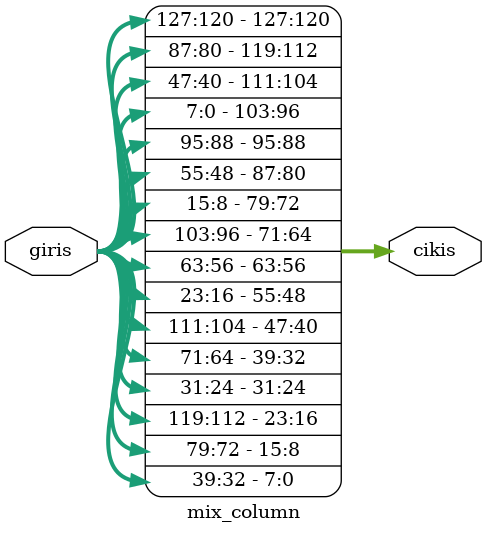
<source format=v>
`timescale 1ns / 1ps



module mix_column(
    input [127:0]giris,
    output [127:0]cikis
    );     
   

   assign cikis = {giris[127:120],giris[87:80],giris[47:40],giris[7:0],
                   giris[95:88],giris[55:48],giris[15:8],giris[103:96],
                   giris[63:56],giris[23:16],giris[111:104],giris[71:64],
                   giris[31:24],giris[119:112], giris[79:72], giris[39:32]};
    
  
    
endmodule

</source>
